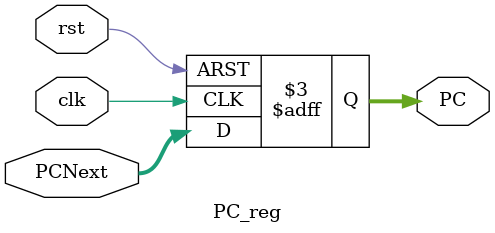
<source format=v>
module PC_reg(
    input wire               clk    ,
    input wire               rst    ,
    input wire  [31:0]       PCNext ,
    output reg  [31:0]       PC
);

always @(posedge clk or negedge rst)
begin
    if(!rst)
    begin
        PC <= 32'b0 ;
    end
    else
    begin
        PC <= PCNext ;
    end
end

endmodule
</source>
